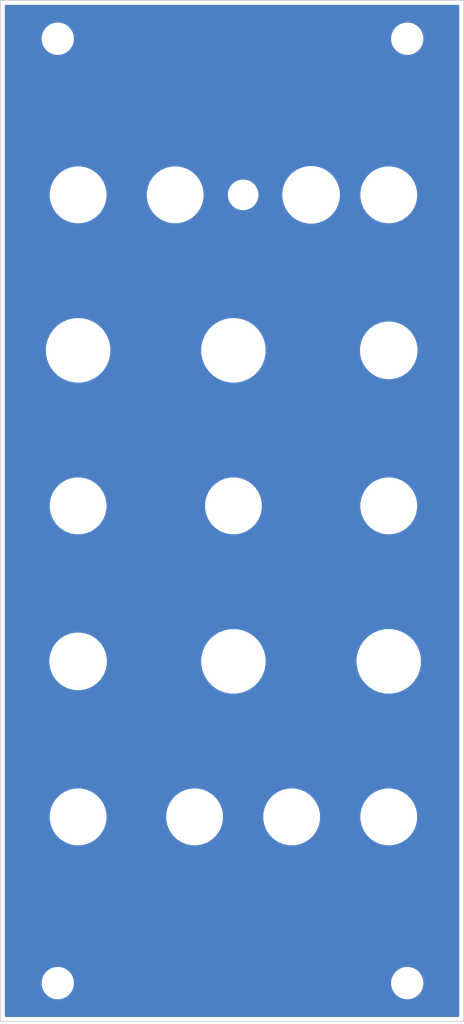
<source format=kicad_pcb>
(kicad_pcb (version 20171130) (host pcbnew 5.1.6-c6e7f7d~86~ubuntu20.04.1)

  (general
    (thickness 1.6)
    (drawings 32)
    (tracks 0)
    (zones 0)
    (modules 22)
    (nets 1)
  )

  (page A4)
  (title_block
    (title X4046)
    (date 2019-09-02)
    (rev R01)
    (comment 1 "Panel PCB")
    (comment 2 "Original design by Thomas Henry")
    (comment 4 "License CC BY 4.0 - Attribution 4.0 International")
  )

  (layers
    (0 F.Cu signal)
    (31 B.Cu signal)
    (32 B.Adhes user)
    (33 F.Adhes user)
    (34 B.Paste user)
    (35 F.Paste user)
    (36 B.SilkS user)
    (37 F.SilkS user)
    (38 B.Mask user)
    (39 F.Mask user)
    (40 Dwgs.User user)
    (41 Cmts.User user)
    (42 Eco1.User user)
    (43 Eco2.User user)
    (44 Edge.Cuts user)
    (45 Margin user)
    (46 B.CrtYd user)
    (47 F.CrtYd user)
    (48 B.Fab user)
    (49 F.Fab user)
  )

  (setup
    (last_trace_width 0.25)
    (trace_clearance 0.2)
    (zone_clearance 0.508)
    (zone_45_only no)
    (trace_min 0.2)
    (via_size 0.8)
    (via_drill 0.4)
    (via_min_size 0.4)
    (via_min_drill 0.3)
    (uvia_size 0.3)
    (uvia_drill 0.1)
    (uvias_allowed no)
    (uvia_min_size 0.2)
    (uvia_min_drill 0.1)
    (edge_width 0.05)
    (segment_width 0.2)
    (pcb_text_width 0.3)
    (pcb_text_size 1.5 1.5)
    (mod_edge_width 0.12)
    (mod_text_size 1 1)
    (mod_text_width 0.15)
    (pad_size 6.4 6.4)
    (pad_drill 6.4)
    (pad_to_mask_clearance 0.051)
    (solder_mask_min_width 0.25)
    (aux_axis_origin 0 0)
    (visible_elements FFFFFF7F)
    (pcbplotparams
      (layerselection 0x010fc_ffffffff)
      (usegerberextensions false)
      (usegerberattributes false)
      (usegerberadvancedattributes false)
      (creategerberjobfile false)
      (excludeedgelayer false)
      (linewidth 0.150000)
      (plotframeref false)
      (viasonmask false)
      (mode 1)
      (useauxorigin false)
      (hpglpennumber 1)
      (hpglpenspeed 20)
      (hpglpendiameter 15.000000)
      (psnegative false)
      (psa4output false)
      (plotreference true)
      (plotvalue true)
      (plotinvisibletext false)
      (padsonsilk false)
      (subtractmaskfromsilk false)
      (outputformat 1)
      (mirror false)
      (drillshape 0)
      (scaleselection 1)
      (outputdirectory "./gerbers"))
  )

  (net 0 "")

  (net_class Default "This is the default net class."
    (clearance 0.2)
    (trace_width 0.25)
    (via_dia 0.8)
    (via_drill 0.4)
    (uvia_dia 0.3)
    (uvia_drill 0.1)
  )

  (module elektrophon:panel_switch (layer F.Cu) (tedit 5EE642B8) (tstamp 5DA326E4)
    (at 35.56 111.76)
    (descr "Mounting Hole 8.4mm, no annular, M8")
    (tags "mounting hole 8.4mm no annular m8")
    (path /5D6B18D4)
    (attr virtual)
    (fp_text reference H13 (at 0 -9.4) (layer F.SilkS) hide
      (effects (font (size 1 1) (thickness 0.15)))
    )
    (fp_text value EXP_RAISE (at 0 9.144) (layer F.Mask)
      (effects (font (size 2 1.4) (thickness 0.25)))
    )
    (fp_text user %R (at 0.3 0) (layer F.Fab)
      (effects (font (size 1 1) (thickness 0.15)))
    )
    (fp_circle (center 0 0) (end 5.2 0) (layer F.CrtYd) (width 0.05))
    (fp_circle (center 0 0) (end 5 0) (layer Cmts.User) (width 0.15))
    (pad "" np_thru_hole circle (at 0 0) (size 6.4 6.4) (drill 6.4) (layers *.Cu *.Mask))
    (model "/home/etienne/Documents/elektrophon/lib/kicad/models/SPDT Toggle Switch.stp"
      (offset (xyz -3.5 12.5 -10.5))
      (scale (xyz 1 1 1))
      (rotate (xyz -90 0 -90))
    )
  )

  (module elektrophon:panel_switch (layer F.Cu) (tedit 5EE642B8) (tstamp 5DA326DC)
    (at 76.2 71.12)
    (descr "Mounting Hole 8.4mm, no annular, M8")
    (tags "mounting hole 8.4mm no annular m8")
    (path /5D6AF633)
    (attr virtual)
    (fp_text reference H12 (at 0 -9.4) (layer F.SilkS) hide
      (effects (font (size 1 1) (thickness 0.15)))
    )
    (fp_text value EXP_FALL (at 0 9.144) (layer F.Mask)
      (effects (font (size 2 1.4) (thickness 0.25)))
    )
    (fp_text user %R (at 0.3 0) (layer F.Fab)
      (effects (font (size 1 1) (thickness 0.15)))
    )
    (fp_circle (center 0 0) (end 5.2 0) (layer F.CrtYd) (width 0.05))
    (fp_circle (center 0 0) (end 5 0) (layer Cmts.User) (width 0.15))
    (pad "" np_thru_hole circle (at 0 0) (size 6.4 6.4) (drill 6.4) (layers *.Cu *.Mask))
    (model "/home/etienne/Documents/elektrophon/lib/kicad/models/SPDT Toggle Switch.stp"
      (offset (xyz -3.5 12.5 -10.5))
      (scale (xyz 1 1 1))
      (rotate (xyz -90 0 -90))
    )
  )

  (module elektrophon:panel_switch (layer F.Cu) (tedit 5EE642B8) (tstamp 5DA326CC)
    (at 66.04 50.8)
    (descr "Mounting Hole 8.4mm, no annular, M8")
    (tags "mounting hole 8.4mm no annular m8")
    (path /5DA3331D)
    (attr virtual)
    (fp_text reference H6 (at 0 -9.4) (layer F.SilkS) hide
      (effects (font (size 1 1) (thickness 0.15)))
    )
    (fp_text value CYCLE (at 0 9.144) (layer F.Mask)
      (effects (font (size 2 1.4) (thickness 0.25)))
    )
    (fp_text user %R (at 0.3 0) (layer F.Fab)
      (effects (font (size 1 1) (thickness 0.15)))
    )
    (fp_circle (center 0 0) (end 5.2 0) (layer F.CrtYd) (width 0.05))
    (fp_circle (center 0 0) (end 5 0) (layer Cmts.User) (width 0.15))
    (pad "" np_thru_hole circle (at 0 0) (size 6.4 6.4) (drill 6.4) (layers *.Cu *.Mask))
    (model "/home/etienne/Documents/elektrophon/lib/kicad/models/SPDT Toggle Switch.stp"
      (offset (xyz -3.5 12.5 -10.5))
      (scale (xyz 1 1 1))
      (rotate (xyz -90 0 -90))
    )
  )

  (module elektrophon:LED_Monitor (layer F.Cu) (tedit 5DE4F2C0) (tstamp 5DD36DDB)
    (at 57.15 50.8)
    (descr "Imported from LED Monitor.svg")
    (tags svg2mod)
    (path /5DD31FCB)
    (zone_connect 2)
    (attr smd)
    (fp_text reference H7 (at 0 -5.054774) (layer F.SilkS) hide
      (effects (font (size 1.524 1.524) (thickness 0.3048)))
    )
    (fp_text value LED (at 0 5.054774) (layer F.SilkS) hide
      (effects (font (size 1.524 1.524) (thickness 0.3048)))
    )
    (fp_circle (center 0 0) (end 1 0) (layer F.Mask) (width 2))
    (fp_circle (center 0 0) (end 1 0) (layer B.Mask) (width 2))
  )

  (module elektrophon:panel_jack (layer F.Cu) (tedit 5DA46DDA) (tstamp 5DE3CFFC)
    (at 48.26 50.8)
    (descr "Mounting Hole 8.4mm, no annular, M8")
    (tags "mounting hole 8.4mm no annular m8")
    (path /5DE3D3E9)
    (attr virtual)
    (fp_text reference H22 (at 0 -9.4) (layer F.SilkS) hide
      (effects (font (size 1 1) (thickness 0.15)))
    )
    (fp_text value IN (at 0 9.144) (layer F.Mask) hide
      (effects (font (size 2 1.4) (thickness 0.25)))
    )
    (fp_circle (center 0 0) (end 4.2 0) (layer F.CrtYd) (width 0.05))
    (fp_circle (center 0 0) (end 4 0) (layer Cmts.User) (width 0.15))
    (fp_text user %R (at 0.3 0) (layer F.Fab) hide
      (effects (font (size 1 1) (thickness 0.15)))
    )
    (pad "" np_thru_hole circle (at 0 0) (size 6.4 6.4) (drill 6.4) (layers *.Cu *.Mask))
    (model "${KIPRJMOD}/../../../lib/kicad/models/PJ301M-12 Thonkiconn v0.2.stp"
      (offset (xyz 0 0.8 -10.5))
      (scale (xyz 1 1 1))
      (rotate (xyz 0 0 0))
    )
  )

  (module elektrophon:panel_jack (layer F.Cu) (tedit 5DA46DDA) (tstamp 5DD36E24)
    (at 35.56 132.08)
    (descr "Mounting Hole 8.4mm, no annular, M8")
    (tags "mounting hole 8.4mm no annular m8")
    (path /5DD362E9)
    (attr virtual)
    (fp_text reference H17 (at 0 -9.4) (layer F.SilkS) hide
      (effects (font (size 1 1) (thickness 0.15)))
    )
    (fp_text value CV (at 0 9.144) (layer F.Mask) hide
      (effects (font (size 2 1.4) (thickness 0.25)))
    )
    (fp_circle (center 0 0) (end 4.2 0) (layer F.CrtYd) (width 0.05))
    (fp_circle (center 0 0) (end 4 0) (layer Cmts.User) (width 0.15))
    (fp_text user %R (at 0.3 0) (layer F.Fab) hide
      (effects (font (size 1 1) (thickness 0.15)))
    )
    (pad "" np_thru_hole circle (at 0 0) (size 6.4 6.4) (drill 6.4) (layers *.Cu *.Mask))
    (model "${KIPRJMOD}/../../../lib/kicad/models/PJ301M-12 Thonkiconn v0.2.stp"
      (offset (xyz 0 0.8 -10.5))
      (scale (xyz 1 1 1))
      (rotate (xyz 0 0 0))
    )
  )

  (module elektrophon:panel_jack (layer F.Cu) (tedit 5DA46DDA) (tstamp 5DD36DF9)
    (at 76.2 132.08)
    (descr "Mounting Hole 8.4mm, no annular, M8")
    (tags "mounting hole 8.4mm no annular m8")
    (path /5DD35930)
    (attr virtual)
    (fp_text reference H11 (at 0 -9.4) (layer F.SilkS) hide
      (effects (font (size 1 1) (thickness 0.15)))
    )
    (fp_text value "BIPOLAR OUT" (at 0 9.144) (layer F.Mask) hide
      (effects (font (size 2 1.4) (thickness 0.25)))
    )
    (fp_circle (center 0 0) (end 4.2 0) (layer F.CrtYd) (width 0.05))
    (fp_circle (center 0 0) (end 4 0) (layer Cmts.User) (width 0.15))
    (fp_text user %R (at 0.3 0) (layer F.Fab) hide
      (effects (font (size 1 1) (thickness 0.15)))
    )
    (pad "" np_thru_hole circle (at 0 0) (size 6.4 6.4) (drill 6.4) (layers *.Cu *.Mask))
    (model "${KIPRJMOD}/../../../lib/kicad/models/PJ301M-12 Thonkiconn v0.2.stp"
      (offset (xyz 0 0.8 -10.5))
      (scale (xyz 1 1 1))
      (rotate (xyz 0 0 0))
    )
  )

  (module elektrophon:panel_jack (layer F.Cu) (tedit 5DA46DDA) (tstamp 5DD36DE3)
    (at 76.2 50.8)
    (descr "Mounting Hole 8.4mm, no annular, M8")
    (tags "mounting hole 8.4mm no annular m8")
    (path /5DD33BD2)
    (attr virtual)
    (fp_text reference H8 (at 0 -9.4) (layer F.SilkS) hide
      (effects (font (size 1 1) (thickness 0.15)))
    )
    (fp_text value END (at 0 9.144) (layer F.Mask) hide
      (effects (font (size 2 1.4) (thickness 0.25)))
    )
    (fp_circle (center 0 0) (end 4.2 0) (layer F.CrtYd) (width 0.05))
    (fp_circle (center 0 0) (end 4 0) (layer Cmts.User) (width 0.15))
    (fp_text user %R (at 0.3 0) (layer F.Fab) hide
      (effects (font (size 1 1) (thickness 0.15)))
    )
    (pad "" np_thru_hole circle (at 0 0) (size 6.4 6.4) (drill 6.4) (layers *.Cu *.Mask))
    (model "${KIPRJMOD}/../../../lib/kicad/models/PJ301M-12 Thonkiconn v0.2.stp"
      (offset (xyz 0 0.8 -10.5))
      (scale (xyz 1 1 1))
      (rotate (xyz 0 0 0))
    )
  )

  (module elektrophon:panel_potentiometer (layer F.Cu) (tedit 5EE650CE) (tstamp 5DA32714)
    (at 55.88 111.76)
    (descr "Mounting Hole 8.4mm, no annular, M8")
    (tags "mounting hole 8.4mm no annular m8")
    (path /5D6B4FC0)
    (attr virtual)
    (fp_text reference H21 (at 0 -9.4) (layer F.SilkS) hide
      (effects (font (size 1 1) (thickness 0.15)))
    )
    (fp_text value "FALL RATE" (at 0 9.144) (layer F.Mask) hide
      (effects (font (size 2 1.4) (thickness 0.25)))
    )
    (fp_circle (center 0 0) (end 6.6 0) (layer F.CrtYd) (width 0.05))
    (fp_circle (center 0 0) (end 6.35 0) (layer Cmts.User) (width 0.15))
    (fp_text user %R (at 0.3 0) (layer F.Fab) hide
      (effects (font (size 1 1) (thickness 0.15)))
    )
    (pad "" np_thru_hole circle (at 0 0) (size 7.4 7.4) (drill 7.4) (layers *.Cu *.Mask))
    (model ${KIPRJMOD}/../../../lib/kicad/models/ALPHA-RD901F-40.step
      (offset (xyz 0 0.5 -12))
      (scale (xyz 1 1 1))
      (rotate (xyz 0 0 0))
    )
  )

  (module elektrophon:panel_potentiometer (layer F.Cu) (tedit 5EE650CE) (tstamp 5DA3270C)
    (at 55.88 71.12)
    (descr "Mounting Hole 8.4mm, no annular, M8")
    (tags "mounting hole 8.4mm no annular m8")
    (path /5D6B1F1C)
    (attr virtual)
    (fp_text reference H20 (at 0 -9.4) (layer F.SilkS) hide
      (effects (font (size 1 1) (thickness 0.15)))
    )
    (fp_text value "RISE RATE" (at 0 9.144) (layer F.Mask) hide
      (effects (font (size 2 1.4) (thickness 0.25)))
    )
    (fp_circle (center 0 0) (end 6.6 0) (layer F.CrtYd) (width 0.05))
    (fp_circle (center 0 0) (end 6.35 0) (layer Cmts.User) (width 0.15))
    (fp_text user %R (at 0.3 0) (layer F.Fab) hide
      (effects (font (size 1 1) (thickness 0.15)))
    )
    (pad "" np_thru_hole circle (at 0 0) (size 7.4 7.4) (drill 7.4) (layers *.Cu *.Mask))
    (model ${KIPRJMOD}/../../../lib/kicad/models/ALPHA-RD901F-40.step
      (offset (xyz 0 0.5 -12))
      (scale (xyz 1 1 1))
      (rotate (xyz 0 0 0))
    )
  )

  (module elektrophon:panel_potentiometer (layer F.Cu) (tedit 5EE650CE) (tstamp 5DA32704)
    (at 76.2 111.76)
    (descr "Mounting Hole 8.4mm, no annular, M8")
    (tags "mounting hole 8.4mm no annular m8")
    (path /5D6B18DA)
    (attr virtual)
    (fp_text reference H19 (at 0 -9.4) (layer F.SilkS) hide
      (effects (font (size 1 1) (thickness 0.15)))
    )
    (fp_text value FALL (at 0 9.144) (layer F.Mask) hide
      (effects (font (size 2 1.4) (thickness 0.25)))
    )
    (fp_circle (center 0 0) (end 6.6 0) (layer F.CrtYd) (width 0.05))
    (fp_circle (center 0 0) (end 6.35 0) (layer Cmts.User) (width 0.15))
    (fp_text user %R (at 0.3 0) (layer F.Fab) hide
      (effects (font (size 1 1) (thickness 0.15)))
    )
    (pad "" np_thru_hole circle (at 0 0) (size 7.4 7.4) (drill 7.4) (layers *.Cu *.Mask))
    (model ${KIPRJMOD}/../../../lib/kicad/models/ALPHA-RD901F-40.step
      (offset (xyz 0 0.5 -12))
      (scale (xyz 1 1 1))
      (rotate (xyz 0 0 0))
    )
  )

  (module elektrophon:panel_potentiometer (layer F.Cu) (tedit 5EE650CE) (tstamp 5DA326FC)
    (at 35.56 71.12)
    (descr "Mounting Hole 8.4mm, no annular, M8")
    (tags "mounting hole 8.4mm no annular m8")
    (path /5D6AFC16)
    (attr virtual)
    (fp_text reference H18 (at 0 -9.4) (layer F.SilkS) hide
      (effects (font (size 1 1) (thickness 0.15)))
    )
    (fp_text value RISE (at 0 9.144) (layer F.Mask) hide
      (effects (font (size 2 1.4) (thickness 0.25)))
    )
    (fp_circle (center 0 0) (end 6.6 0) (layer F.CrtYd) (width 0.05))
    (fp_circle (center 0 0) (end 6.35 0) (layer Cmts.User) (width 0.15))
    (fp_text user %R (at 0.3 0) (layer F.Fab) hide
      (effects (font (size 1 1) (thickness 0.15)))
    )
    (pad "" np_thru_hole circle (at 0 0) (size 7.4 7.4) (drill 7.4) (layers *.Cu *.Mask))
    (model ${KIPRJMOD}/../../../lib/kicad/models/ALPHA-RD901F-40.step
      (offset (xyz 0 0.5 -12))
      (scale (xyz 1 1 1))
      (rotate (xyz 0 0 0))
    )
  )

  (module elektrophon:panel_jack (layer F.Cu) (tedit 5DA46DDA) (tstamp 5DA326F4)
    (at 76.2 91.44)
    (descr "Mounting Hole 8.4mm, no annular, M8")
    (tags "mounting hole 8.4mm no annular m8")
    (path /5D6B4FBA)
    (attr virtual)
    (fp_text reference H15 (at 0 -9.4) (layer F.SilkS) hide
      (effects (font (size 1 1) (thickness 0.15)))
    )
    (fp_text value "CV FALL" (at 0 9.144) (layer F.Mask) hide
      (effects (font (size 2 1.4) (thickness 0.25)))
    )
    (fp_circle (center 0 0) (end 4.2 0) (layer F.CrtYd) (width 0.05))
    (fp_circle (center 0 0) (end 4 0) (layer Cmts.User) (width 0.15))
    (fp_text user %R (at 0.3 0) (layer F.Fab) hide
      (effects (font (size 1 1) (thickness 0.15)))
    )
    (pad "" np_thru_hole circle (at 0 0) (size 6.4 6.4) (drill 6.4) (layers *.Cu *.Mask))
    (model "${KIPRJMOD}/../../../lib/kicad/models/PJ301M-12 Thonkiconn v0.2.stp"
      (offset (xyz 0 0.8 -10.5))
      (scale (xyz 1 1 1))
      (rotate (xyz 0 0 0))
    )
  )

  (module elektrophon:panel_jack (layer F.Cu) (tedit 5DA46DDA) (tstamp 5DA326EC)
    (at 35.56 91.44)
    (descr "Mounting Hole 8.4mm, no annular, M8")
    (tags "mounting hole 8.4mm no annular m8")
    (path /5D6B1F16)
    (attr virtual)
    (fp_text reference H14 (at 0 -9.4) (layer F.SilkS) hide
      (effects (font (size 1 1) (thickness 0.15)))
    )
    (fp_text value "CV RISE" (at 0 9.144) (layer F.Mask) hide
      (effects (font (size 2 1.4) (thickness 0.25)))
    )
    (fp_circle (center 0 0) (end 4.2 0) (layer F.CrtYd) (width 0.05))
    (fp_circle (center 0 0) (end 4 0) (layer Cmts.User) (width 0.15))
    (fp_text user %R (at 0.3 0) (layer F.Fab) hide
      (effects (font (size 1 1) (thickness 0.15)))
    )
    (pad "" np_thru_hole circle (at 0 0) (size 6.4 6.4) (drill 6.4) (layers *.Cu *.Mask))
    (model "${KIPRJMOD}/../../../lib/kicad/models/PJ301M-12 Thonkiconn v0.2.stp"
      (offset (xyz 0 0.8 -10.5))
      (scale (xyz 1 1 1))
      (rotate (xyz 0 0 0))
    )
  )

  (module elektrophon:panel_jack (layer F.Cu) (tedit 5DA46DDA) (tstamp 5DA326A8)
    (at 55.88 91.44)
    (descr "Mounting Hole 8.4mm, no annular, M8")
    (tags "mounting hole 8.4mm no annular m8")
    (path /5D6B1F10)
    (attr virtual)
    (fp_text reference H16 (at 0 -9.4) (layer F.SilkS) hide
      (effects (font (size 1 1) (thickness 0.15)))
    )
    (fp_text value "BOTH CV" (at 0 9.144) (layer F.Mask) hide
      (effects (font (size 2 1.4) (thickness 0.25)))
    )
    (fp_circle (center 0 0) (end 4.2 0) (layer F.CrtYd) (width 0.05))
    (fp_circle (center 0 0) (end 4 0) (layer Cmts.User) (width 0.15))
    (fp_text user %R (at 0.3 0) (layer F.Fab) hide
      (effects (font (size 1 1) (thickness 0.15)))
    )
    (pad "" np_thru_hole circle (at 0 0) (size 6.4 6.4) (drill 6.4) (layers *.Cu *.Mask))
    (model "${KIPRJMOD}/../../../lib/kicad/models/PJ301M-12 Thonkiconn v0.2.stp"
      (offset (xyz 0 0.8 -10.5))
      (scale (xyz 1 1 1))
      (rotate (xyz 0 0 0))
    )
  )

  (module elektrophon:panel_jack (layer F.Cu) (tedit 5DA46DDA) (tstamp 5DA326A0)
    (at 50.8 132.08)
    (descr "Mounting Hole 8.4mm, no annular, M8")
    (tags "mounting hole 8.4mm no annular m8")
    (path /5D6B18CE)
    (attr virtual)
    (fp_text reference H10 (at 0 -9.4) (layer F.SilkS) hide
      (effects (font (size 1 1) (thickness 0.15)))
    )
    (fp_text value OUT (at 0 9.144) (layer F.Mask) hide
      (effects (font (size 2 1.4) (thickness 0.25)))
    )
    (fp_circle (center 0 0) (end 4.2 0) (layer F.CrtYd) (width 0.05))
    (fp_circle (center 0 0) (end 4 0) (layer Cmts.User) (width 0.15))
    (fp_text user %R (at 0.3 0) (layer F.Fab) hide
      (effects (font (size 1 1) (thickness 0.15)))
    )
    (pad "" np_thru_hole circle (at 0 0) (size 6.4 6.4) (drill 6.4) (layers *.Cu *.Mask))
    (model "${KIPRJMOD}/../../../lib/kicad/models/PJ301M-12 Thonkiconn v0.2.stp"
      (offset (xyz 0 0.8 -10.5))
      (scale (xyz 1 1 1))
      (rotate (xyz 0 0 0))
    )
  )

  (module elektrophon:panel_jack (layer F.Cu) (tedit 5DA46DDA) (tstamp 5DA32698)
    (at 63.5 132.08)
    (descr "Mounting Hole 8.4mm, no annular, M8")
    (tags "mounting hole 8.4mm no annular m8")
    (path /5D6B1084)
    (attr virtual)
    (fp_text reference H9 (at 0 -9.4) (layer F.SilkS) hide
      (effects (font (size 1 1) (thickness 0.15)))
    )
    (fp_text value "AC OUT" (at 0 9.144) (layer F.Mask) hide
      (effects (font (size 2 1.4) (thickness 0.25)))
    )
    (fp_circle (center 0 0) (end 4.2 0) (layer F.CrtYd) (width 0.05))
    (fp_circle (center 0 0) (end 4 0) (layer Cmts.User) (width 0.15))
    (fp_text user %R (at 0.3 0) (layer F.Fab) hide
      (effects (font (size 1 1) (thickness 0.15)))
    )
    (pad "" np_thru_hole circle (at 0 0) (size 6.4 6.4) (drill 6.4) (layers *.Cu *.Mask))
    (model "${KIPRJMOD}/../../../lib/kicad/models/PJ301M-12 Thonkiconn v0.2.stp"
      (offset (xyz 0 0.8 -10.5))
      (scale (xyz 1 1 1))
      (rotate (xyz 0 0 0))
    )
  )

  (module elektrophon:panel_jack (layer F.Cu) (tedit 5DA46DDA) (tstamp 5DA32690)
    (at 35.56 50.8)
    (descr "Mounting Hole 8.4mm, no annular, M8")
    (tags "mounting hole 8.4mm no annular m8")
    (path /5D6AF58E)
    (attr virtual)
    (fp_text reference H1 (at 0 -9.4) (layer F.SilkS) hide
      (effects (font (size 1 1) (thickness 0.15)))
    )
    (fp_text value TRIG (at 0 9.144) (layer F.Mask) hide
      (effects (font (size 2 1.4) (thickness 0.25)))
    )
    (fp_circle (center 0 0) (end 4.2 0) (layer F.CrtYd) (width 0.05))
    (fp_circle (center 0 0) (end 4 0) (layer Cmts.User) (width 0.15))
    (fp_text user %R (at 0.3 0) (layer F.Fab) hide
      (effects (font (size 1 1) (thickness 0.15)))
    )
    (pad "" np_thru_hole circle (at 0 0) (size 6.4 6.4) (drill 6.4) (layers *.Cu *.Mask))
    (model "${KIPRJMOD}/../../../lib/kicad/models/PJ301M-12 Thonkiconn v0.2.stp"
      (offset (xyz 0 0.8 -10.5))
      (scale (xyz 1 1 1))
      (rotate (xyz 0 0 0))
    )
  )

  (module MountingHole:MountingHole_3.2mm_M3 locked (layer F.Cu) (tedit 56D1B4CB) (tstamp 5D6C7189)
    (at 78.62 153.8)
    (descr "Mounting Hole 3.2mm, no annular, M3")
    (tags "mounting hole 3.2mm no annular m3")
    (path /5D6C254B)
    (attr virtual)
    (fp_text reference H5 (at 0 -4.2) (layer F.SilkS) hide
      (effects (font (size 1 1) (thickness 0.15)))
    )
    (fp_text value MountingHole (at 0 4.2) (layer F.Fab) hide
      (effects (font (size 1 1) (thickness 0.15)))
    )
    (fp_circle (center 0 0) (end 3.45 0) (layer F.CrtYd) (width 0.05))
    (fp_circle (center 0 0) (end 3.2 0) (layer Cmts.User) (width 0.15))
    (fp_text user %R (at 0.3 0) (layer F.Fab) hide
      (effects (font (size 1 1) (thickness 0.15)))
    )
    (pad 1 np_thru_hole circle (at 0 0) (size 3.2 3.2) (drill 3.2) (layers *.Cu *.Mask))
  )

  (module MountingHole:MountingHole_3.2mm_M3 locked (layer F.Cu) (tedit 56D1B4CB) (tstamp 5D6C7181)
    (at 78.62 30.4)
    (descr "Mounting Hole 3.2mm, no annular, M3")
    (tags "mounting hole 3.2mm no annular m3")
    (path /5D6C22FB)
    (attr virtual)
    (fp_text reference H4 (at 0 -4.2) (layer F.SilkS) hide
      (effects (font (size 1 1) (thickness 0.15)))
    )
    (fp_text value MountingHole (at 0 4.2) (layer F.Fab) hide
      (effects (font (size 1 1) (thickness 0.15)))
    )
    (fp_circle (center 0 0) (end 3.45 0) (layer F.CrtYd) (width 0.05))
    (fp_circle (center 0 0) (end 3.2 0) (layer Cmts.User) (width 0.15))
    (fp_text user %R (at 0.3 0) (layer F.Fab) hide
      (effects (font (size 1 1) (thickness 0.15)))
    )
    (pad 1 np_thru_hole circle (at 0 0) (size 3.2 3.2) (drill 3.2) (layers *.Cu *.Mask))
  )

  (module MountingHole:MountingHole_3.2mm_M3 locked (layer F.Cu) (tedit 56D1B4CB) (tstamp 5D6C7179)
    (at 32.9 153.8)
    (descr "Mounting Hole 3.2mm, no annular, M3")
    (tags "mounting hole 3.2mm no annular m3")
    (path /5D6C2167)
    (attr virtual)
    (fp_text reference H3 (at 0 -4.2) (layer F.SilkS) hide
      (effects (font (size 1 1) (thickness 0.15)))
    )
    (fp_text value MountingHole (at 0 4.2) (layer F.Fab) hide
      (effects (font (size 1 1) (thickness 0.15)))
    )
    (fp_circle (center 0 0) (end 3.45 0) (layer F.CrtYd) (width 0.05))
    (fp_circle (center 0 0) (end 3.2 0) (layer Cmts.User) (width 0.15))
    (fp_text user %R (at 0.3 0) (layer F.Fab) hide
      (effects (font (size 1 1) (thickness 0.15)))
    )
    (pad 1 np_thru_hole circle (at 0 0) (size 3.2 3.2) (drill 3.2) (layers *.Cu *.Mask))
  )

  (module MountingHole:MountingHole_3.2mm_M3 locked (layer F.Cu) (tedit 56D1B4CB) (tstamp 5D6C7171)
    (at 32.9 30.4)
    (descr "Mounting Hole 3.2mm, no annular, M3")
    (tags "mounting hole 3.2mm no annular m3")
    (path /5D6C1F77)
    (attr virtual)
    (fp_text reference H2 (at 0 -4.2) (layer F.SilkS) hide
      (effects (font (size 1 1) (thickness 0.15)))
    )
    (fp_text value MountingHole (at 0 4.2) (layer F.Fab) hide
      (effects (font (size 1 1) (thickness 0.15)))
    )
    (fp_circle (center 0 0) (end 3.45 0) (layer F.CrtYd) (width 0.05))
    (fp_circle (center 0 0) (end 3.2 0) (layer Cmts.User) (width 0.15))
    (fp_text user %R (at 0.3 0) (layer F.Fab) hide
      (effects (font (size 1 1) (thickness 0.15)))
    )
    (pad 1 np_thru_hole circle (at 0 0) (size 3.2 3.2) (drill 3.2) (layers *.Cu *.Mask))
  )

  (gr_text ac (at 63.5 140.97) (layer F.Mask) (tstamp 5DE3D2FF)
    (effects (font (size 2 1.4) (thickness 0.25)))
  )
  (gr_text bipolar (at 76.2 140.97) (layer F.Mask) (tstamp 5DE3D2FF)
    (effects (font (size 2 1.4) (thickness 0.25)))
  )
  (gr_text out (at 50.8 140.97) (layer F.Mask) (tstamp 5DE3D2FF)
    (effects (font (size 2 1.4) (thickness 0.25)))
  )
  (gr_text cv (at 35.56 140.97) (layer F.Mask) (tstamp 5DE3D2FF)
    (effects (font (size 2 1.4) (thickness 0.25)))
  )
  (gr_text fall (at 76.2 120.65) (layer F.Mask) (tstamp 5DE3D254)
    (effects (font (size 2 1.4) (thickness 0.25)))
  )
  (gr_text rate (at 55.88 120.65) (layer F.Mask) (tstamp 5DE3D254)
    (effects (font (size 2 1.4) (thickness 0.25)))
  )
  (gr_text exp (at 35.56 120.65) (layer F.Mask) (tstamp 5DE3D254)
    (effects (font (size 2 1.4) (thickness 0.25)))
  )
  (gr_text cv (at 76.2 100.33) (layer F.Mask) (tstamp 5DE3D1C6)
    (effects (font (size 2 1.4) (thickness 0.25)))
  )
  (gr_text "both cv" (at 55.88 100.33) (layer F.Mask) (tstamp 5DE3D1C6)
    (effects (font (size 2 1.4) (thickness 0.25)))
  )
  (gr_text cv (at 35.56 100.33) (layer F.Mask) (tstamp 5DE3D1C6)
    (effects (font (size 2 1.4) (thickness 0.25)))
  )
  (gr_text exp (at 76.2 80.01) (layer F.Mask) (tstamp 5DE3D1A9)
    (effects (font (size 2 1.4) (thickness 0.25)))
  )
  (gr_text rate (at 55.88 80.01) (layer F.Mask) (tstamp 5DE3D0CC)
    (effects (font (size 2 1.4) (thickness 0.25)))
  )
  (gr_text rise (at 35.56 80.01) (layer F.Mask) (tstamp 5DE3D0CC)
    (effects (font (size 2 1.4) (thickness 0.25)))
  )
  (gr_text end (at 76.2 59.69) (layer F.Mask) (tstamp 5DE3D0CC)
    (effects (font (size 2 1.4) (thickness 0.25)))
  )
  (gr_text cycle (at 66.04 59.69) (layer F.Mask) (tstamp 5DE3D0CC)
    (effects (font (size 2 1.4) (thickness 0.25)))
  )
  (gr_text in (at 48.26 59.69) (layer F.Mask) (tstamp 5DE3D0CC)
    (effects (font (size 2 1.4) (thickness 0.25)))
  )
  (gr_text trig (at 35.56 59.69) (layer F.Mask)
    (effects (font (size 2 1.4) (thickness 0.25)))
  )
  (gr_line (start 76.2 132.08) (end 50.8 132.08) (layer F.Mask) (width 0.25))
  (gr_line (start 27.94 124.46) (end 83.82 124.46) (layer F.Mask) (width 0.25))
  (gr_line (start 83.82 63.5) (end 27.94 63.5) (layer F.Mask) (width 0.25))
  (gr_line (start 76.2 50.8) (end 35.56 50.8) (layer F.Mask) (width 0.25))
  (gr_line (start 68.58 104.14) (end 68.58 86.36) (layer F.Mask) (width 0.25) (tstamp 5DD98111))
  (gr_line (start 43.18 104.14) (end 68.58 104.14) (layer F.Mask) (width 0.25))
  (gr_line (start 43.18 83.82) (end 43.18 124.46) (layer F.Mask) (width 0.25))
  (gr_line (start 68.58 83.82) (end 43.18 83.82) (layer F.Mask) (width 0.25))
  (gr_line (start 68.58 63.5) (end 68.58 86.36) (layer F.Mask) (width 0.25))
  (gr_text R01 (at 69.85 153.67) (layer F.Cu)
    (effects (font (size 2 1.4) (thickness 0.25)))
  )
  (gr_text "vcs\n" (at 55.88 30.48) (layer F.Mask)
    (effects (font (size 3 3) (thickness 0.35)))
  )
  (gr_line (start 86 158.8) (end 25.4 158.8) (layer Edge.Cuts) (width 0.12))
  (gr_line (start 86 25.4) (end 86 158.8) (layer Edge.Cuts) (width 0.12))
  (gr_line (start 25.4 25.4) (end 25.4 158.8) (layer Edge.Cuts) (width 0.12))
  (gr_line (start 25.4 25.4) (end 86 25.4) (layer Edge.Cuts) (width 0.12))

  (zone (net 0) (net_name "") (layer B.Cu) (tstamp 5D6DC77A) (hatch edge 0.508)
    (connect_pads (clearance 0.508))
    (min_thickness 0.254)
    (fill yes (arc_segments 32) (thermal_gap 0.508) (thermal_bridge_width 0.508))
    (polygon
      (pts
        (xy 25.43 25.4) (xy 85.882 25.751) (xy 85.822 159.161) (xy 25.4 158.75)
      )
    )
    (filled_polygon
      (pts
        (xy 85.305001 158.105) (xy 26.095 158.105) (xy 26.095 153.579872) (xy 30.665 153.579872) (xy 30.665 154.020128)
        (xy 30.75089 154.451925) (xy 30.919369 154.858669) (xy 31.163962 155.224729) (xy 31.475271 155.536038) (xy 31.841331 155.780631)
        (xy 32.248075 155.94911) (xy 32.679872 156.035) (xy 33.120128 156.035) (xy 33.551925 155.94911) (xy 33.958669 155.780631)
        (xy 34.324729 155.536038) (xy 34.636038 155.224729) (xy 34.880631 154.858669) (xy 35.04911 154.451925) (xy 35.135 154.020128)
        (xy 35.135 153.579872) (xy 76.385 153.579872) (xy 76.385 154.020128) (xy 76.47089 154.451925) (xy 76.639369 154.858669)
        (xy 76.883962 155.224729) (xy 77.195271 155.536038) (xy 77.561331 155.780631) (xy 77.968075 155.94911) (xy 78.399872 156.035)
        (xy 78.840128 156.035) (xy 79.271925 155.94911) (xy 79.678669 155.780631) (xy 80.044729 155.536038) (xy 80.356038 155.224729)
        (xy 80.600631 154.858669) (xy 80.76911 154.451925) (xy 80.855 154.020128) (xy 80.855 153.579872) (xy 80.76911 153.148075)
        (xy 80.600631 152.741331) (xy 80.356038 152.375271) (xy 80.044729 152.063962) (xy 79.678669 151.819369) (xy 79.271925 151.65089)
        (xy 78.840128 151.565) (xy 78.399872 151.565) (xy 77.968075 151.65089) (xy 77.561331 151.819369) (xy 77.195271 152.063962)
        (xy 76.883962 152.375271) (xy 76.639369 152.741331) (xy 76.47089 153.148075) (xy 76.385 153.579872) (xy 35.135 153.579872)
        (xy 35.04911 153.148075) (xy 34.880631 152.741331) (xy 34.636038 152.375271) (xy 34.324729 152.063962) (xy 33.958669 151.819369)
        (xy 33.551925 151.65089) (xy 33.120128 151.565) (xy 32.679872 151.565) (xy 32.248075 151.65089) (xy 31.841331 151.819369)
        (xy 31.475271 152.063962) (xy 31.163962 152.375271) (xy 30.919369 152.741331) (xy 30.75089 153.148075) (xy 30.665 153.579872)
        (xy 26.095 153.579872) (xy 26.095 131.702285) (xy 31.725 131.702285) (xy 31.725 132.457715) (xy 31.872377 133.198628)
        (xy 32.161467 133.896554) (xy 32.581161 134.52467) (xy 33.11533 135.058839) (xy 33.743446 135.478533) (xy 34.441372 135.767623)
        (xy 35.182285 135.915) (xy 35.937715 135.915) (xy 36.678628 135.767623) (xy 37.376554 135.478533) (xy 38.00467 135.058839)
        (xy 38.538839 134.52467) (xy 38.958533 133.896554) (xy 39.247623 133.198628) (xy 39.395 132.457715) (xy 39.395 131.702285)
        (xy 46.965 131.702285) (xy 46.965 132.457715) (xy 47.112377 133.198628) (xy 47.401467 133.896554) (xy 47.821161 134.52467)
        (xy 48.35533 135.058839) (xy 48.983446 135.478533) (xy 49.681372 135.767623) (xy 50.422285 135.915) (xy 51.177715 135.915)
        (xy 51.918628 135.767623) (xy 52.616554 135.478533) (xy 53.24467 135.058839) (xy 53.778839 134.52467) (xy 54.198533 133.896554)
        (xy 54.487623 133.198628) (xy 54.635 132.457715) (xy 54.635 131.702285) (xy 59.665 131.702285) (xy 59.665 132.457715)
        (xy 59.812377 133.198628) (xy 60.101467 133.896554) (xy 60.521161 134.52467) (xy 61.05533 135.058839) (xy 61.683446 135.478533)
        (xy 62.381372 135.767623) (xy 63.122285 135.915) (xy 63.877715 135.915) (xy 64.618628 135.767623) (xy 65.316554 135.478533)
        (xy 65.94467 135.058839) (xy 66.478839 134.52467) (xy 66.898533 133.896554) (xy 67.187623 133.198628) (xy 67.335 132.457715)
        (xy 67.335 131.702285) (xy 72.365 131.702285) (xy 72.365 132.457715) (xy 72.512377 133.198628) (xy 72.801467 133.896554)
        (xy 73.221161 134.52467) (xy 73.75533 135.058839) (xy 74.383446 135.478533) (xy 75.081372 135.767623) (xy 75.822285 135.915)
        (xy 76.577715 135.915) (xy 77.318628 135.767623) (xy 78.016554 135.478533) (xy 78.64467 135.058839) (xy 79.178839 134.52467)
        (xy 79.598533 133.896554) (xy 79.887623 133.198628) (xy 80.035 132.457715) (xy 80.035 131.702285) (xy 79.887623 130.961372)
        (xy 79.598533 130.263446) (xy 79.178839 129.63533) (xy 78.64467 129.101161) (xy 78.016554 128.681467) (xy 77.318628 128.392377)
        (xy 76.577715 128.245) (xy 75.822285 128.245) (xy 75.081372 128.392377) (xy 74.383446 128.681467) (xy 73.75533 129.101161)
        (xy 73.221161 129.63533) (xy 72.801467 130.263446) (xy 72.512377 130.961372) (xy 72.365 131.702285) (xy 67.335 131.702285)
        (xy 67.187623 130.961372) (xy 66.898533 130.263446) (xy 66.478839 129.63533) (xy 65.94467 129.101161) (xy 65.316554 128.681467)
        (xy 64.618628 128.392377) (xy 63.877715 128.245) (xy 63.122285 128.245) (xy 62.381372 128.392377) (xy 61.683446 128.681467)
        (xy 61.05533 129.101161) (xy 60.521161 129.63533) (xy 60.101467 130.263446) (xy 59.812377 130.961372) (xy 59.665 131.702285)
        (xy 54.635 131.702285) (xy 54.487623 130.961372) (xy 54.198533 130.263446) (xy 53.778839 129.63533) (xy 53.24467 129.101161)
        (xy 52.616554 128.681467) (xy 51.918628 128.392377) (xy 51.177715 128.245) (xy 50.422285 128.245) (xy 49.681372 128.392377)
        (xy 48.983446 128.681467) (xy 48.35533 129.101161) (xy 47.821161 129.63533) (xy 47.401467 130.263446) (xy 47.112377 130.961372)
        (xy 46.965 131.702285) (xy 39.395 131.702285) (xy 39.247623 130.961372) (xy 38.958533 130.263446) (xy 38.538839 129.63533)
        (xy 38.00467 129.101161) (xy 37.376554 128.681467) (xy 36.678628 128.392377) (xy 35.937715 128.245) (xy 35.182285 128.245)
        (xy 34.441372 128.392377) (xy 33.743446 128.681467) (xy 33.11533 129.101161) (xy 32.581161 129.63533) (xy 32.161467 130.263446)
        (xy 31.872377 130.961372) (xy 31.725 131.702285) (xy 26.095 131.702285) (xy 26.095 111.377361) (xy 31.675 111.377361)
        (xy 31.675 112.142639) (xy 31.824298 112.893213) (xy 32.117158 113.600238) (xy 32.542323 114.236543) (xy 33.083457 114.777677)
        (xy 33.719762 115.202842) (xy 34.426787 115.495702) (xy 35.177361 115.645) (xy 35.942639 115.645) (xy 36.693213 115.495702)
        (xy 37.400238 115.202842) (xy 38.036543 114.777677) (xy 38.577677 114.236543) (xy 39.002842 113.600238) (xy 39.295702 112.893213)
        (xy 39.445 112.142639) (xy 39.445 111.377361) (xy 39.436185 111.33304) (xy 51.545 111.33304) (xy 51.545 112.18696)
        (xy 51.711592 113.024473) (xy 52.038373 113.813392) (xy 52.512786 114.523401) (xy 53.116599 115.127214) (xy 53.826608 115.601627)
        (xy 54.615527 115.928408) (xy 55.45304 116.095) (xy 56.30696 116.095) (xy 57.144473 115.928408) (xy 57.933392 115.601627)
        (xy 58.643401 115.127214) (xy 59.247214 114.523401) (xy 59.721627 113.813392) (xy 60.048408 113.024473) (xy 60.215 112.18696)
        (xy 60.215 111.33304) (xy 71.865 111.33304) (xy 71.865 112.18696) (xy 72.031592 113.024473) (xy 72.358373 113.813392)
        (xy 72.832786 114.523401) (xy 73.436599 115.127214) (xy 74.146608 115.601627) (xy 74.935527 115.928408) (xy 75.77304 116.095)
        (xy 76.62696 116.095) (xy 77.464473 115.928408) (xy 78.253392 115.601627) (xy 78.963401 115.127214) (xy 79.567214 114.523401)
        (xy 80.041627 113.813392) (xy 80.368408 113.024473) (xy 80.535 112.18696) (xy 80.535 111.33304) (xy 80.368408 110.495527)
        (xy 80.041627 109.706608) (xy 79.567214 108.996599) (xy 78.963401 108.392786) (xy 78.253392 107.918373) (xy 77.464473 107.591592)
        (xy 76.62696 107.425) (xy 75.77304 107.425) (xy 74.935527 107.591592) (xy 74.146608 107.918373) (xy 73.436599 108.392786)
        (xy 72.832786 108.996599) (xy 72.358373 109.706608) (xy 72.031592 110.495527) (xy 71.865 111.33304) (xy 60.215 111.33304)
        (xy 60.048408 110.495527) (xy 59.721627 109.706608) (xy 59.247214 108.996599) (xy 58.643401 108.392786) (xy 57.933392 107.918373)
        (xy 57.144473 107.591592) (xy 56.30696 107.425) (xy 55.45304 107.425) (xy 54.615527 107.591592) (xy 53.826608 107.918373)
        (xy 53.116599 108.392786) (xy 52.512786 108.996599) (xy 52.038373 109.706608) (xy 51.711592 110.495527) (xy 51.545 111.33304)
        (xy 39.436185 111.33304) (xy 39.295702 110.626787) (xy 39.002842 109.919762) (xy 38.577677 109.283457) (xy 38.036543 108.742323)
        (xy 37.400238 108.317158) (xy 36.693213 108.024298) (xy 35.942639 107.875) (xy 35.177361 107.875) (xy 34.426787 108.024298)
        (xy 33.719762 108.317158) (xy 33.083457 108.742323) (xy 32.542323 109.283457) (xy 32.117158 109.919762) (xy 31.824298 110.626787)
        (xy 31.675 111.377361) (xy 26.095 111.377361) (xy 26.095 91.062285) (xy 31.725 91.062285) (xy 31.725 91.817715)
        (xy 31.872377 92.558628) (xy 32.161467 93.256554) (xy 32.581161 93.88467) (xy 33.11533 94.418839) (xy 33.743446 94.838533)
        (xy 34.441372 95.127623) (xy 35.182285 95.275) (xy 35.937715 95.275) (xy 36.678628 95.127623) (xy 37.376554 94.838533)
        (xy 38.00467 94.418839) (xy 38.538839 93.88467) (xy 38.958533 93.256554) (xy 39.247623 92.558628) (xy 39.395 91.817715)
        (xy 39.395 91.062285) (xy 52.045 91.062285) (xy 52.045 91.817715) (xy 52.192377 92.558628) (xy 52.481467 93.256554)
        (xy 52.901161 93.88467) (xy 53.43533 94.418839) (xy 54.063446 94.838533) (xy 54.761372 95.127623) (xy 55.502285 95.275)
        (xy 56.257715 95.275) (xy 56.998628 95.127623) (xy 57.696554 94.838533) (xy 58.32467 94.418839) (xy 58.858839 93.88467)
        (xy 59.278533 93.256554) (xy 59.567623 92.558628) (xy 59.715 91.817715) (xy 59.715 91.062285) (xy 72.365 91.062285)
        (xy 72.365 91.817715) (xy 72.512377 92.558628) (xy 72.801467 93.256554) (xy 73.221161 93.88467) (xy 73.75533 94.418839)
        (xy 74.383446 94.838533) (xy 75.081372 95.127623) (xy 75.822285 95.275) (xy 76.577715 95.275) (xy 77.318628 95.127623)
        (xy 78.016554 94.838533) (xy 78.64467 94.418839) (xy 79.178839 93.88467) (xy 79.598533 93.256554) (xy 79.887623 92.558628)
        (xy 80.035 91.817715) (xy 80.035 91.062285) (xy 79.887623 90.321372) (xy 79.598533 89.623446) (xy 79.178839 88.99533)
        (xy 78.64467 88.461161) (xy 78.016554 88.041467) (xy 77.318628 87.752377) (xy 76.577715 87.605) (xy 75.822285 87.605)
        (xy 75.081372 87.752377) (xy 74.383446 88.041467) (xy 73.75533 88.461161) (xy 73.221161 88.99533) (xy 72.801467 89.623446)
        (xy 72.512377 90.321372) (xy 72.365 91.062285) (xy 59.715 91.062285) (xy 59.567623 90.321372) (xy 59.278533 89.623446)
        (xy 58.858839 88.99533) (xy 58.32467 88.461161) (xy 57.696554 88.041467) (xy 56.998628 87.752377) (xy 56.257715 87.605)
        (xy 55.502285 87.605) (xy 54.761372 87.752377) (xy 54.063446 88.041467) (xy 53.43533 88.461161) (xy 52.901161 88.99533)
        (xy 52.481467 89.623446) (xy 52.192377 90.321372) (xy 52.045 91.062285) (xy 39.395 91.062285) (xy 39.247623 90.321372)
        (xy 38.958533 89.623446) (xy 38.538839 88.99533) (xy 38.00467 88.461161) (xy 37.376554 88.041467) (xy 36.678628 87.752377)
        (xy 35.937715 87.605) (xy 35.182285 87.605) (xy 34.441372 87.752377) (xy 33.743446 88.041467) (xy 33.11533 88.461161)
        (xy 32.581161 88.99533) (xy 32.161467 89.623446) (xy 31.872377 90.321372) (xy 31.725 91.062285) (xy 26.095 91.062285)
        (xy 26.095 70.69304) (xy 31.225 70.69304) (xy 31.225 71.54696) (xy 31.391592 72.384473) (xy 31.718373 73.173392)
        (xy 32.192786 73.883401) (xy 32.796599 74.487214) (xy 33.506608 74.961627) (xy 34.295527 75.288408) (xy 35.13304 75.455)
        (xy 35.98696 75.455) (xy 36.824473 75.288408) (xy 37.613392 74.961627) (xy 38.323401 74.487214) (xy 38.927214 73.883401)
        (xy 39.401627 73.173392) (xy 39.728408 72.384473) (xy 39.895 71.54696) (xy 39.895 70.69304) (xy 51.545 70.69304)
        (xy 51.545 71.54696) (xy 51.711592 72.384473) (xy 52.038373 73.173392) (xy 52.512786 73.883401) (xy 53.116599 74.487214)
        (xy 53.826608 74.961627) (xy 54.615527 75.288408) (xy 55.45304 75.455) (xy 56.30696 75.455) (xy 57.144473 75.288408)
        (xy 57.933392 74.961627) (xy 58.643401 74.487214) (xy 59.247214 73.883401) (xy 59.721627 73.173392) (xy 60.048408 72.384473)
        (xy 60.215 71.54696) (xy 60.215 70.737361) (xy 72.315 70.737361) (xy 72.315 71.502639) (xy 72.464298 72.253213)
        (xy 72.757158 72.960238) (xy 73.182323 73.596543) (xy 73.723457 74.137677) (xy 74.359762 74.562842) (xy 75.066787 74.855702)
        (xy 75.817361 75.005) (xy 76.582639 75.005) (xy 77.333213 74.855702) (xy 78.040238 74.562842) (xy 78.676543 74.137677)
        (xy 79.217677 73.596543) (xy 79.642842 72.960238) (xy 79.935702 72.253213) (xy 80.085 71.502639) (xy 80.085 70.737361)
        (xy 79.935702 69.986787) (xy 79.642842 69.279762) (xy 79.217677 68.643457) (xy 78.676543 68.102323) (xy 78.040238 67.677158)
        (xy 77.333213 67.384298) (xy 76.582639 67.235) (xy 75.817361 67.235) (xy 75.066787 67.384298) (xy 74.359762 67.677158)
        (xy 73.723457 68.102323) (xy 73.182323 68.643457) (xy 72.757158 69.279762) (xy 72.464298 69.986787) (xy 72.315 70.737361)
        (xy 60.215 70.737361) (xy 60.215 70.69304) (xy 60.048408 69.855527) (xy 59.721627 69.066608) (xy 59.247214 68.356599)
        (xy 58.643401 67.752786) (xy 57.933392 67.278373) (xy 57.144473 66.951592) (xy 56.30696 66.785) (xy 55.45304 66.785)
        (xy 54.615527 66.951592) (xy 53.826608 67.278373) (xy 53.116599 67.752786) (xy 52.512786 68.356599) (xy 52.038373 69.066608)
        (xy 51.711592 69.855527) (xy 51.545 70.69304) (xy 39.895 70.69304) (xy 39.728408 69.855527) (xy 39.401627 69.066608)
        (xy 38.927214 68.356599) (xy 38.323401 67.752786) (xy 37.613392 67.278373) (xy 36.824473 66.951592) (xy 35.98696 66.785)
        (xy 35.13304 66.785) (xy 34.295527 66.951592) (xy 33.506608 67.278373) (xy 32.796599 67.752786) (xy 32.192786 68.356599)
        (xy 31.718373 69.066608) (xy 31.391592 69.855527) (xy 31.225 70.69304) (xy 26.095 70.69304) (xy 26.095 50.422285)
        (xy 31.725 50.422285) (xy 31.725 51.177715) (xy 31.872377 51.918628) (xy 32.161467 52.616554) (xy 32.581161 53.24467)
        (xy 33.11533 53.778839) (xy 33.743446 54.198533) (xy 34.441372 54.487623) (xy 35.182285 54.635) (xy 35.937715 54.635)
        (xy 36.678628 54.487623) (xy 37.376554 54.198533) (xy 38.00467 53.778839) (xy 38.538839 53.24467) (xy 38.958533 52.616554)
        (xy 39.247623 51.918628) (xy 39.395 51.177715) (xy 39.395 50.422285) (xy 44.425 50.422285) (xy 44.425 51.177715)
        (xy 44.572377 51.918628) (xy 44.861467 52.616554) (xy 45.281161 53.24467) (xy 45.81533 53.778839) (xy 46.443446 54.198533)
        (xy 47.141372 54.487623) (xy 47.882285 54.635) (xy 48.637715 54.635) (xy 49.378628 54.487623) (xy 50.076554 54.198533)
        (xy 50.70467 53.778839) (xy 51.238839 53.24467) (xy 51.658533 52.616554) (xy 51.947623 51.918628) (xy 52.095 51.177715)
        (xy 52.095 50.796313) (xy 55.02301 50.796313) (xy 55.02381 50.859313) (xy 55.023926 50.863348) (xy 55.026726 50.926248)
        (xy 55.026969 50.930279) (xy 55.031769 50.993079) (xy 55.03214 50.997093) (xy 55.03894 51.059793) (xy 55.039417 51.063637)
        (xy 55.048117 51.126037) (xy 55.048744 51.130065) (xy 55.059444 51.192165) (xy 55.060208 51.196204) (xy 55.072908 51.257904)
        (xy 55.073756 51.261725) (xy 55.088356 51.323025) (xy 55.089333 51.326862) (xy 55.105833 51.387662) (xy 55.106946 51.391522)
        (xy 55.125346 51.451722) (xy 55.126561 51.455485) (xy 55.146861 51.515185) (xy 55.148261 51.519092) (xy 55.170461 51.577992)
        (xy 55.171862 51.581545) (xy 55.195862 51.639845) (xy 55.197429 51.643491) (xy 55.223229 51.700991) (xy 55.225028 51.704827)
        (xy 55.252728 51.761427) (xy 55.254485 51.764883) (xy 55.283885 51.820583) (xy 55.285748 51.823984) (xy 55.316848 51.878784)
        (xy 55.319008 51.882446) (xy 55.351908 51.936146) (xy 55.353944 51.93936) (xy 55.388444 51.99206) (xy 55.390733 51.995438)
        (xy 55.426933 52.047038) (xy 55.4293 52.0503) (xy 55.4671 52.1007) (xy 55.469471 52.103762) (xy 55.508771 52.152962)
        (xy 55.511418 52.156168) (xy 55.552318 52.204068) (xy 55.554873 52.206969) (xy 55.597273 52.253669) (xy 55.600096 52.256679)
        (xy 55.643896 52.301879) (xy 55.646617 52.304603) (xy 55.691817 52.348503) (xy 55.69483 52.351336) (xy 55.74143 52.393736)
        (xy 55.744432 52.396382) (xy 55.792332 52.437282) (xy 55.795415 52.439831) (xy 55.844615 52.479231) (xy 55.847671 52.481603)
        (xy 55.898071 52.519503) (xy 55.901367 52.5219) (xy 55.952867 52.5581) (xy 55.956199 52.560364) (xy 56.008899 52.594964)
        (xy 56.012254 52.597092) (xy 56.065954 52.629992) (xy 56.069377 52.632016) (xy 56.124077 52.663216) (xy 56.12756 52.665131)
        (xy 56.18326 52.694631) (xy 56.186873 52.696472) (xy 56.243473 52.724172) (xy 56.247066 52.725861) (xy 56.304466 52.751761)
        (xy 56.308355 52.753438) (xy 56.366655 52.777438) (xy 56.370032 52.778772) (xy 56.428932 52.801072) (xy 56.432953 52.802518)
        (xy 56.492553 52.822818) (xy 56.49625 52.824014) (xy 56.55655 52.842514) (xy 56.56035 52.843616) (xy 56.62115 52.860216)
        (xy 56.62513 52.861233) (xy 56.68633 52.875833) (xy 56.690236 52.8767) (xy 56.752036 52.8894) (xy 56.755806 52.890116)
        (xy 56.817806 52.900916) (xy 56.821865 52.901556) (xy 56.884265 52.910356) (xy 56.888307 52.91086) (xy 56.951007 52.91766)
        (xy 56.955021 52.918031) (xy 57.017821 52.922831) (xy 57.021651 52.923065) (xy 57.084551 52.925965) (xy 57.088587 52.926087)
        (xy 57.148187 52.926938) (xy 57.148192 52.926609) (xy 57.149489 52.926706) (xy 57.149485 52.926957) (xy 57.151592 52.926987)
        (xy 57.152329 52.92692) (xy 57.152946 52.926966) (xy 57.154239 52.926936) (xy 57.154235 52.926746) (xy 57.156348 52.926553)
        (xy 57.156356 52.926887) (xy 57.247456 52.924766) (xy 57.25256 52.924544) (xy 57.31546 52.920544) (xy 57.319298 52.920241)
        (xy 57.381998 52.914341) (xy 57.386224 52.913872) (xy 57.448724 52.905872) (xy 57.452366 52.905352) (xy 57.514566 52.895552)
        (xy 57.518776 52.894816) (xy 57.580676 52.882916) (xy 57.584506 52.882119) (xy 57.646006 52.868319) (xy 57.649855 52.867392)
        (xy 57.710855 52.851692) (xy 57.714675 52.850645) (xy 57.775175 52.833045) (xy 57.779013 52.831862) (xy 57.838913 52.812362)
        (xy 57.842775 52.811036) (xy 57.901975 52.789636) (xy 57.905723 52.788214) (xy 57.964323 52.764914) (xy 57.967987 52.76339)
        (xy 58.025787 52.73829) (xy 58.029402 52.736653) (xy 58.086402 52.709753) (xy 58.089964 52.708003) (xy 58.145964 52.679403)
        (xy 58.14962 52.67746) (xy 58.20482 52.64696) (xy 58.208117 52.645073) (xy 58.262317 52.612973) (xy 58.26594 52.610745)
        (xy 58.31904 52.576845) (xy 58.322213 52.574752) (xy 58.374313 52.539252) (xy 58.377606 52.536931) (xy 58.428506 52.499831)
        (xy 58.431726 52.497404) (xy 58.481426 52.458704) (xy 58.484445 52.456279) (xy 58.532945 52.416079) (xy 58.536099 52.413376)
        (xy 58.583299 52.371576) (xy 58.586242 52.368887) (xy 58.632042 52.325687) (xy 58.635004 52.3228) (xy 58.679404 52.2781)
        (xy 58.681976 52.275434) (xy 58.725076 52.229434) (xy 58.727952 52.226259) (xy 58.769452 52.178859) (xy 58.771859 52.176027)
        (xy 58.811959 52.127427) (xy 58.814551 52.124179) (xy 58.853051 52.074279) (xy 58.855392 52.071146) (xy 58.892292 52.020146)
        (xy 58.894759 52.016611) (xy 58.929959 51.964311) (xy 58.931977 51.961217) (xy 58.965577 51.908017) (xy 58.967666 51.904592)
        (xy 58.999666 51.850192) (xy 59.001747 51.846515) (xy 59.031847 51.791215) (xy 59.033568 51.78794) (xy 59.062068 51.73174)
        (xy 59.063921 51.727929) (xy 59.090521 51.670829) (xy 59.092069 51.667374) (xy 59.116969 51.609474) (xy 59.11852 51.6057)
        (xy 59.14152 51.5471) (xy 59.142974 51.54321) (xy 59.164074 51.48381) (xy 59.165299 51.480189) (xy 59.184599 51.420189)
        (xy 59.185806 51.416216) (xy 59.203106 51.355716) (xy 59.204101 51.352028) (xy 59.219601 51.290928) (xy 59.220556 51.286888)
        (xy 59.234056 51.225288) (xy 59.234863 51.221298) (xy 59.246363 51.159398) (xy 59.246988 51.155738) (xy 59.256688 51.093438)
        (xy 59.257271 51.08923) (xy 59.264871 51.02673) (xy 59.265278 51.022898) (xy 59.270978 50.960198) (xy 59.271281 50.956158)
        (xy 59.274981 50.893258) (xy 59.275154 50.889226) (xy 59.276854 50.826226) (xy 59.276899 50.822195) (xy 59.276599 50.759195)
        (xy 59.276515 50.755167) (xy 59.274215 50.692167) (xy 59.274018 50.688339) (xy 59.269818 50.625439) (xy 59.269482 50.621383)
        (xy 59.263282 50.558783) (xy 59.262821 50.554779) (xy 59.254621 50.492279) (xy 59.254026 50.488248) (xy 59.243826 50.426048)
        (xy 59.243134 50.422198) (xy 59.242187 50.417361) (xy 62.155 50.417361) (xy 62.155 51.182639) (xy 62.304298 51.933213)
        (xy 62.597158 52.640238) (xy 63.022323 53.276543) (xy 63.563457 53.817677) (xy 64.199762 54.242842) (xy 64.906787 54.535702)
        (xy 65.657361 54.685) (xy 66.422639 54.685) (xy 67.173213 54.535702) (xy 67.880238 54.242842) (xy 68.516543 53.817677)
        (xy 69.057677 53.276543) (xy 69.482842 52.640238) (xy 69.775702 51.933213) (xy 69.925 51.182639) (xy 69.925 50.422285)
        (xy 72.365 50.422285) (xy 72.365 51.177715) (xy 72.512377 51.918628) (xy 72.801467 52.616554) (xy 73.221161 53.24467)
        (xy 73.75533 53.778839) (xy 74.383446 54.198533) (xy 75.081372 54.487623) (xy 75.822285 54.635) (xy 76.577715 54.635)
        (xy 77.318628 54.487623) (xy 78.016554 54.198533) (xy 78.64467 53.778839) (xy 79.178839 53.24467) (xy 79.598533 52.616554)
        (xy 79.887623 51.918628) (xy 80.035 51.177715) (xy 80.035 50.422285) (xy 79.887623 49.681372) (xy 79.598533 48.983446)
        (xy 79.178839 48.35533) (xy 78.64467 47.821161) (xy 78.016554 47.401467) (xy 77.318628 47.112377) (xy 76.577715 46.965)
        (xy 75.822285 46.965) (xy 75.081372 47.112377) (xy 74.383446 47.401467) (xy 73.75533 47.821161) (xy 73.221161 48.35533)
        (xy 72.801467 48.983446) (xy 72.512377 49.681372) (xy 72.365 50.422285) (xy 69.925 50.422285) (xy 69.925 50.417361)
        (xy 69.775702 49.666787) (xy 69.482842 48.959762) (xy 69.057677 48.323457) (xy 68.516543 47.782323) (xy 67.880238 47.357158)
        (xy 67.173213 47.064298) (xy 66.422639 46.915) (xy 65.657361 46.915) (xy 64.906787 47.064298) (xy 64.199762 47.357158)
        (xy 63.563457 47.782323) (xy 63.022323 48.323457) (xy 62.597158 48.959762) (xy 62.304298 49.666787) (xy 62.155 50.417361)
        (xy 59.242187 50.417361) (xy 59.231034 50.360398) (xy 59.230222 50.356567) (xy 59.216222 50.295167) (xy 59.215245 50.291178)
        (xy 59.199245 50.230178) (xy 59.198165 50.226314) (xy 59.180265 50.165914) (xy 59.179063 50.162081) (xy 59.159263 50.102281)
        (xy 59.158007 50.098669) (xy 59.136407 50.039469) (xy 59.134919 50.03559) (xy 59.111419 49.97719) (xy 59.109836 49.973432)
        (xy 59.084436 49.915732) (xy 59.08286 49.912291) (xy 59.05576 49.855391) (xy 59.053915 49.851675) (xy 59.025015 49.795775)
        (xy 59.023142 49.792287) (xy 58.992442 49.737187) (xy 58.990402 49.733659) (xy 58.958002 49.679659) (xy 58.955903 49.676283)
        (xy 58.921803 49.623283) (xy 58.919636 49.620025) (xy 58.883936 49.568125) (xy 58.881669 49.564936) (xy 58.844369 49.514136)
        (xy 58.841757 49.510703) (xy 58.802757 49.461203) (xy 58.800415 49.458318) (xy 58.760015 49.410018) (xy 58.757298 49.406876)
        (xy 58.715298 49.359876) (xy 58.712594 49.356944) (xy 58.669194 49.311344) (xy 58.666396 49.308495) (xy 58.621496 49.264195)
        (xy 58.618609 49.261435) (xy 58.572409 49.218635) (xy 58.569544 49.216061) (xy 58.522044 49.174661) (xy 58.518867 49.171982)
        (xy 58.470067 49.132182) (xy 58.466931 49.129705) (xy 58.416831 49.091405) (xy 58.413555 49.088983) (xy 58.362355 49.052383)
        (xy 58.359179 49.050185) (xy 58.306779 49.015085) (xy 58.303446 49.012927) (xy 58.250046 48.979527) (xy 58.246403 48.977332)
        (xy 58.191903 48.945732) (xy 58.188675 48.943923) (xy 58.133275 48.913923) (xy 58.129677 48.912048) (xy 58.073377 48.883848)
        (xy 58.069644 48.882054) (xy 58.012344 48.855654) (xy 58.008618 48.854009) (xy 57.950618 48.829509) (xy 57.947182 48.828116)
        (xy 57.888482 48.805316) (xy 57.884589 48.803877) (xy 57.825089 48.782977) (xy 57.82134 48.781726) (xy 57.76134 48.762726)
        (xy 57.757437 48.761558) (xy 57.696737 48.744458) (xy 57.69277 48.743409) (xy 57.63167 48.728309) (xy 57.628003 48.727461)
        (xy 57.566403 48.714161) (xy 57.562372 48.713358) (xy 57.500372 48.702058) (xy 57.496351 48.701392) (xy 57.434051 48.692092)
        (xy 57.430209 48.691578) (xy 57.367609 48.684178) (xy 57.36358 48.683767) (xy 57.30078 48.678367) (xy 57.296755 48.678085)
        (xy 57.233855 48.674685) (xy 57.230023 48.674536) (xy 57.167023 48.673036) (xy 57.162791 48.673006) (xy 57.099791 48.673606)
        (xy 57.095956 48.6737) (xy 57.033056 48.6762) (xy 57.029023 48.676425) (xy 56.966223 48.680925) (xy 56.962204 48.681277)
        (xy 56.899504 48.687777) (xy 56.895459 48.688262) (xy 56.833059 48.696762) (xy 56.829256 48.697339) (xy 56.767056 48.707739)
        (xy 56.763016 48.708482) (xy 56.701216 48.720882) (xy 56.697348 48.721721) (xy 56.636048 48.736021) (xy 56.632064 48.737018)
        (xy 56.571164 48.753318) (xy 56.567488 48.754362) (xy 56.507188 48.772462) (xy 56.503237 48.773718) (xy 56.443437 48.793818)
        (xy 56.439706 48.795138) (xy 56.380706 48.817038) (xy 56.377143 48.818421) (xy 56.318743 48.842121) (xy 56.314846 48.843779)
        (xy 56.257346 48.869379) (xy 56.253821 48.871014) (xy 56.197021 48.898414) (xy 56.193316 48.900276) (xy 56.137516 48.929476)
        (xy 56.134108 48.931326) (xy 56.079208 48.962226) (xy 56.075774 48.96423) (xy 56.021874 48.99683) (xy 56.018507 48.998939)
        (xy 55.965607 49.033239) (xy 55.962128 49.035578) (xy 55.910428 49.071578) (xy 55.907382 49.073766) (xy 55.856782 49.111266)
        (xy 55.853457 49.113816) (xy 55.804057 49.153016) (xy 55.800965 49.15555) (xy 55.752865 49.19625) (xy 55.749964 49.198782)
        (xy 55.703164 49.240882) (xy 55.700027 49.243801) (xy 55.654627 49.287501) (xy 55.651995 49.290109) (xy 55.607895 49.335109)
        (xy 55.605048 49.33811) (xy 55.562448 49.38451) (xy 55.559888 49.387385) (xy 55.518688 49.435085) (xy 55.516024 49.438273)
        (xy 55.476424 49.487273) (xy 55.47394 49.490449) (xy 55.43594 49.540649) (xy 55.433652 49.543769) (xy 55.397152 49.595169)
        (xy 55.394844 49.598533) (xy 55.360044 49.651033) (xy 55.357843 49.654471) (xy 55.324743 49.708071) (xy 55.322794 49.711335)
        (xy 55.291294 49.765935) (xy 55.28928 49.769562) (xy 55.25958 49.825162) (xy 55.257767 49.828689) (xy 55.229867 49.885089)
        (xy 55.228201 49.888589) (xy 55.202001 49.945889) (xy 55.200305 49.949768) (xy 55.176005 50.007968) (xy 55.174587 50.011512)
        (xy 55.152087 50.070312) (xy 55.150689 50.07415) (xy 55.130089 50.13365) (xy 55.128874 50.137342) (xy 55.110074 50.197542)
        (xy 55.108902 50.201524) (xy 55.092102 50.262224) (xy 55.091104 50.266058) (xy 55.076204 50.327258) (xy 55.075328 50.331116)
        (xy 55.062328 50.392816) (xy 55.061553 50.396814) (xy 55.050553 50.458814) (xy 55.049929 50.462673) (xy 55.040829 50.525073)
        (xy 55.040309 50.529088) (xy 55.033209 50.591688) (xy 55.032817 50.59572) (xy 55.027717 50.65852) (xy 55.027454 50.662548)
        (xy 55.024354 50.725448) (xy 55.024223 50.729281) (xy 55.023023 50.792281) (xy 55.02301 50.796313) (xy 52.095 50.796313)
        (xy 52.095 50.422285) (xy 51.947623 49.681372) (xy 51.658533 48.983446) (xy 51.238839 48.35533) (xy 50.70467 47.821161)
        (xy 50.076554 47.401467) (xy 49.378628 47.112377) (xy 48.637715 46.965) (xy 47.882285 46.965) (xy 47.141372 47.112377)
        (xy 46.443446 47.401467) (xy 45.81533 47.821161) (xy 45.281161 48.35533) (xy 44.861467 48.983446) (xy 44.572377 49.681372)
        (xy 44.425 50.422285) (xy 39.395 50.422285) (xy 39.247623 49.681372) (xy 38.958533 48.983446) (xy 38.538839 48.35533)
        (xy 38.00467 47.821161) (xy 37.376554 47.401467) (xy 36.678628 47.112377) (xy 35.937715 46.965) (xy 35.182285 46.965)
        (xy 34.441372 47.112377) (xy 33.743446 47.401467) (xy 33.11533 47.821161) (xy 32.581161 48.35533) (xy 32.161467 48.983446)
        (xy 31.872377 49.681372) (xy 31.725 50.422285) (xy 26.095 50.422285) (xy 26.095 30.179872) (xy 30.665 30.179872)
        (xy 30.665 30.620128) (xy 30.75089 31.051925) (xy 30.919369 31.458669) (xy 31.163962 31.824729) (xy 31.475271 32.136038)
        (xy 31.841331 32.380631) (xy 32.248075 32.54911) (xy 32.679872 32.635) (xy 33.120128 32.635) (xy 33.551925 32.54911)
        (xy 33.958669 32.380631) (xy 34.324729 32.136038) (xy 34.636038 31.824729) (xy 34.880631 31.458669) (xy 35.04911 31.051925)
        (xy 35.135 30.620128) (xy 35.135 30.179872) (xy 76.385 30.179872) (xy 76.385 30.620128) (xy 76.47089 31.051925)
        (xy 76.639369 31.458669) (xy 76.883962 31.824729) (xy 77.195271 32.136038) (xy 77.561331 32.380631) (xy 77.968075 32.54911)
        (xy 78.399872 32.635) (xy 78.840128 32.635) (xy 79.271925 32.54911) (xy 79.678669 32.380631) (xy 80.044729 32.136038)
        (xy 80.356038 31.824729) (xy 80.600631 31.458669) (xy 80.76911 31.051925) (xy 80.855 30.620128) (xy 80.855 30.179872)
        (xy 80.76911 29.748075) (xy 80.600631 29.341331) (xy 80.356038 28.975271) (xy 80.044729 28.663962) (xy 79.678669 28.419369)
        (xy 79.271925 28.25089) (xy 78.840128 28.165) (xy 78.399872 28.165) (xy 77.968075 28.25089) (xy 77.561331 28.419369)
        (xy 77.195271 28.663962) (xy 76.883962 28.975271) (xy 76.639369 29.341331) (xy 76.47089 29.748075) (xy 76.385 30.179872)
        (xy 35.135 30.179872) (xy 35.04911 29.748075) (xy 34.880631 29.341331) (xy 34.636038 28.975271) (xy 34.324729 28.663962)
        (xy 33.958669 28.419369) (xy 33.551925 28.25089) (xy 33.120128 28.165) (xy 32.679872 28.165) (xy 32.248075 28.25089)
        (xy 31.841331 28.419369) (xy 31.475271 28.663962) (xy 31.163962 28.975271) (xy 30.919369 29.341331) (xy 30.75089 29.748075)
        (xy 30.665 30.179872) (xy 26.095 30.179872) (xy 26.095 26.095) (xy 85.305 26.095)
      )
    )
  )
  (zone (net 0) (net_name "") (layer B.Cu) (tstamp 0) (hatch edge 0.508)
    (connect_pads (clearance 0.508))
    (min_thickness 0.254)
    (keepout (tracks not_allowed) (vias not_allowed) (copperpour not_allowed))
    (fill (arc_segments 32) (thermal_gap 0.508) (thermal_bridge_width 0.508))
    (polygon
      (pts
        (xy 57.227 48.8015) (xy 57.2899 48.8049) (xy 57.3527 48.8103) (xy 57.4153 48.8177) (xy 57.4776 48.827)
        (xy 57.5396 48.8383) (xy 57.6012 48.8516) (xy 57.6623 48.8667) (xy 57.723 48.8838) (xy 57.783 48.9028)
        (xy 57.8425 48.9237) (xy 57.9012 48.9465) (xy 57.9592 48.971) (xy 58.0165 48.9974) (xy 58.0728 49.0256)
        (xy 58.1282 49.0556) (xy 58.1827 49.0872) (xy 58.2361 49.1206) (xy 58.2885 49.1557) (xy 58.3397 49.1923)
        (xy 58.3898 49.2306) (xy 58.4386 49.2704) (xy 58.4861 49.3118) (xy 58.5323 49.3546) (xy 58.5772 49.3989)
        (xy 58.6206 49.4445) (xy 58.6626 49.4915) (xy 58.703 49.5398) (xy 58.742 49.5893) (xy 58.7793 49.6401)
        (xy 58.815 49.692) (xy 58.8491 49.745) (xy 58.8815 49.799) (xy 58.9122 49.8541) (xy 58.9411 49.91)
        (xy 58.9682 49.9669) (xy 58.9936 50.0246) (xy 59.0171 50.083) (xy 59.0387 50.1422) (xy 59.0585 50.202)
        (xy 59.0764 50.2624) (xy 59.0924 50.3234) (xy 59.1064 50.3848) (xy 59.1185 50.4466) (xy 59.1287 50.5088)
        (xy 59.1369 50.5713) (xy 59.1431 50.6339) (xy 59.1473 50.6968) (xy 59.1496 50.7598) (xy 59.1499 50.8228)
        (xy 59.1482 50.8858) (xy 59.1445 50.9487) (xy 59.1388 51.0114) (xy 59.1312 51.0739) (xy 59.1215 51.1362)
        (xy 59.11 51.1981) (xy 59.0965 51.2597) (xy 59.081 51.3208) (xy 59.0637 51.3813) (xy 59.0444 51.4413)
        (xy 59.0233 51.5007) (xy 59.0003 51.5593) (xy 58.9754 51.6172) (xy 58.9488 51.6743) (xy 58.9203 51.7305)
        (xy 58.8902 51.7858) (xy 58.8582 51.8402) (xy 58.8246 51.8934) (xy 58.7894 51.9457) (xy 58.7525 51.9967)
        (xy 58.714 52.0466) (xy 58.6739 52.0952) (xy 58.6324 52.1426) (xy 58.5893 52.1886) (xy 58.5449 52.2333)
        (xy 58.4991 52.2765) (xy 58.4519 52.3183) (xy 58.4034 52.3585) (xy 58.3537 52.3972) (xy 58.3028 52.4343)
        (xy 58.2507 52.4698) (xy 58.1976 52.5037) (xy 58.1434 52.5358) (xy 58.0882 52.5663) (xy 58.0322 52.5949)
        (xy 57.9752 52.6218) (xy 57.9174 52.6469) (xy 57.8588 52.6702) (xy 57.7996 52.6916) (xy 57.7397 52.7111)
        (xy 57.6792 52.7287) (xy 57.6182 52.7444) (xy 57.5567 52.7582) (xy 57.4948 52.7701) (xy 57.4326 52.7799)
        (xy 57.3701 52.7879) (xy 57.3074 52.7938) (xy 57.2445 52.7978) (xy 57.1534 52.799921) (xy 57.1534 52.8)
        (xy 57.151293 52.79997) (xy 57.15 52.8) (xy 57.15 52.799951) (xy 57.0904 52.7991) (xy 57.0275 52.7962)
        (xy 56.9647 52.7914) (xy 56.902 52.7846) (xy 56.8396 52.7758) (xy 56.7776 52.765) (xy 56.7158 52.7523)
        (xy 56.6546 52.7377) (xy 56.5938 52.7211) (xy 56.5335 52.7026) (xy 56.4739 52.6823) (xy 56.415 52.66)
        (xy 56.3567 52.636) (xy 56.2993 52.6101) (xy 56.2427 52.5824) (xy 56.187 52.5529) (xy 56.1323 52.5217)
        (xy 56.0786 52.4888) (xy 56.0259 52.4542) (xy 55.9744 52.418) (xy 55.924 52.3801) (xy 55.8748 52.3407)
        (xy 55.8269 52.2998) (xy 55.7803 52.2574) (xy 55.7351 52.2135) (xy 55.6913 52.1683) (xy 55.6489 52.1216)
        (xy 55.608 52.0737) (xy 55.5687 52.0245) (xy 55.5309 51.9741) (xy 55.4947 51.9225) (xy 55.4602 51.8698)
        (xy 55.4273 51.8161) (xy 55.3962 51.7613) (xy 55.3668 51.7056) (xy 55.3391 51.649) (xy 55.3133 51.5915)
        (xy 55.2893 51.5332) (xy 55.2671 51.4743) (xy 55.2468 51.4146) (xy 55.2284 51.3544) (xy 55.2119 51.2936)
        (xy 55.1973 51.2323) (xy 55.1846 51.1706) (xy 55.1739 51.1085) (xy 55.1652 51.0461) (xy 55.1584 50.9834)
        (xy 55.1536 50.9206) (xy 55.1508 50.8577) (xy 55.15 50.7947) (xy 55.1512 50.7317) (xy 55.1543 50.6688)
        (xy 55.1594 50.606) (xy 55.1665 50.5434) (xy 55.1756 50.481) (xy 55.1866 50.419) (xy 55.1996 50.3573)
        (xy 55.2145 50.2961) (xy 55.2313 50.2354) (xy 55.2501 50.1752) (xy 55.2707 50.1157) (xy 55.2932 50.0569)
        (xy 55.3175 49.9987) (xy 55.3437 49.9414) (xy 55.3716 49.885) (xy 55.4013 49.8294) (xy 55.4328 49.7748)
        (xy 55.4659 49.7212) (xy 55.5007 49.6687) (xy 55.5372 49.6173) (xy 55.5752 49.5671) (xy 55.6148 49.5181)
        (xy 55.656 49.4704) (xy 55.6986 49.424) (xy 55.7427 49.379) (xy 55.7881 49.3353) (xy 55.8349 49.2932)
        (xy 55.883 49.2525) (xy 55.9324 49.2133) (xy 55.983 49.1758) (xy 56.0347 49.1398) (xy 56.0876 49.1055)
        (xy 56.1415 49.0729) (xy 56.1964 49.042) (xy 56.2522 49.0128) (xy 56.309 48.9854) (xy 56.3665 48.9598)
        (xy 56.4249 48.9361) (xy 56.4839 48.9142) (xy 56.5437 48.8941) (xy 56.604 48.876) (xy 56.6649 48.8597)
        (xy 56.7262 48.8454) (xy 56.788 48.833) (xy 56.8502 48.8226) (xy 56.9126 48.8141) (xy 56.9753 48.8076)
        (xy 57.0381 48.8031) (xy 57.101 48.8006) (xy 57.164 48.8)
      )
    )
  )
)

</source>
